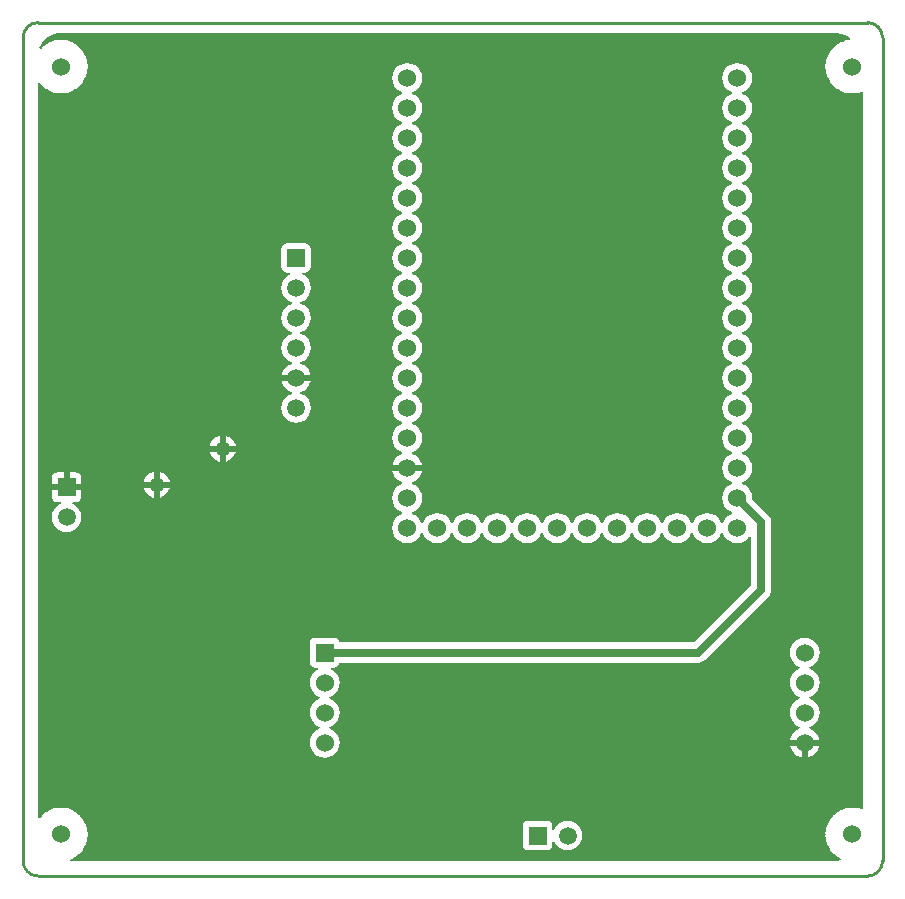
<source format=gbl>
G04 Layer_Physical_Order=2*
G04 Layer_Color=16711680*
%FSLAX25Y25*%
%MOIN*%
G70*
G01*
G75*
%ADD13C,0.02756*%
%ADD14C,0.01000*%
%ADD15C,0.06000*%
%ADD16R,0.06000X0.06000*%
%ADD17C,0.05905*%
%ADD18R,0.05905X0.05905*%
%ADD19R,0.05905X0.05905*%
%ADD20C,0.05000*%
G36*
X378417Y396616D02*
X380237Y395862D01*
X381222Y395203D01*
X381093Y394688D01*
X380342Y394614D01*
X380153Y394557D01*
X379957Y394537D01*
X378658Y394144D01*
X378483Y394050D01*
X378294Y393993D01*
X377097Y393353D01*
X376945Y393228D01*
X376770Y393135D01*
X375721Y392274D01*
X375596Y392121D01*
X375443Y391995D01*
X374582Y390946D01*
X374489Y390772D01*
X374363Y390619D01*
X373724Y389422D01*
X373666Y389233D01*
X373573Y389059D01*
X373179Y387760D01*
X373160Y387563D01*
X373102Y387374D01*
X372969Y386023D01*
X372989Y385827D01*
X372969Y385630D01*
X373102Y384279D01*
X373160Y384090D01*
X373179Y383893D01*
X373573Y382595D01*
X373666Y382420D01*
X373724Y382231D01*
X374363Y381034D01*
X374489Y380882D01*
X374582Y380707D01*
X375443Y379658D01*
X375596Y379533D01*
X375721Y379380D01*
X376770Y378519D01*
X376945Y378426D01*
X377097Y378300D01*
X378294Y377661D01*
X378484Y377603D01*
X378658Y377510D01*
X379957Y377116D01*
X380153Y377097D01*
X380342Y377039D01*
X381693Y376906D01*
X381792Y376916D01*
X381890Y376897D01*
X381987Y376916D01*
X382086Y376906D01*
X383437Y377039D01*
X383626Y377097D01*
X383823Y377116D01*
X385000Y377473D01*
X385333Y377307D01*
X385498Y377147D01*
X385500Y377143D01*
Y138605D01*
X385498Y138601D01*
X385333Y138441D01*
X385000Y138275D01*
X383823Y138632D01*
X383626Y138651D01*
X383437Y138709D01*
X382086Y138842D01*
X381987Y138832D01*
X381890Y138851D01*
X381792Y138832D01*
X381693Y138842D01*
X380342Y138709D01*
X380153Y138651D01*
X379957Y138632D01*
X378658Y138238D01*
X378483Y138145D01*
X378294Y138087D01*
X377097Y137448D01*
X376945Y137322D01*
X376770Y137229D01*
X375721Y136368D01*
X375596Y136215D01*
X375443Y136090D01*
X374582Y135041D01*
X374489Y134866D01*
X374363Y134714D01*
X373724Y133517D01*
X373666Y133328D01*
X373573Y133153D01*
X373179Y131854D01*
X373160Y131658D01*
X373102Y131469D01*
X372969Y130118D01*
X372989Y129921D01*
X372969Y129725D01*
X373102Y128374D01*
X373160Y128185D01*
X373179Y127988D01*
X373573Y126689D01*
X373666Y126515D01*
X373724Y126326D01*
X374363Y125129D01*
X374489Y124976D01*
X374582Y124802D01*
X375443Y123753D01*
X375596Y123627D01*
X375721Y123474D01*
X376770Y122613D01*
X376945Y122520D01*
X377097Y122395D01*
X378138Y121839D01*
X378062Y121314D01*
X376485Y121000D01*
X121072D01*
X120998Y121500D01*
X121342Y121605D01*
X121517Y121698D01*
X121706Y121755D01*
X122903Y122395D01*
X123055Y122520D01*
X123230Y122613D01*
X124279Y123474D01*
X124404Y123627D01*
X124557Y123753D01*
X125418Y124802D01*
X125511Y124976D01*
X125637Y125129D01*
X126276Y126326D01*
X126334Y126515D01*
X126427Y126689D01*
X126821Y127988D01*
X126840Y128185D01*
X126898Y128374D01*
X127031Y129725D01*
X127011Y129921D01*
X127031Y130118D01*
X126898Y131469D01*
X126840Y131658D01*
X126821Y131854D01*
X126427Y133153D01*
X126334Y133328D01*
X126276Y133517D01*
X125637Y134714D01*
X125511Y134866D01*
X125418Y135041D01*
X124557Y136090D01*
X124404Y136215D01*
X124279Y136368D01*
X123230Y137229D01*
X123055Y137322D01*
X122903Y137448D01*
X121706Y138087D01*
X121517Y138145D01*
X121342Y138238D01*
X120044Y138632D01*
X119847Y138651D01*
X119658Y138709D01*
X118307Y138842D01*
X118208Y138832D01*
X118110Y138851D01*
X118013Y138832D01*
X117913Y138842D01*
X116563Y138709D01*
X116374Y138651D01*
X116177Y138632D01*
X114878Y138238D01*
X114704Y138145D01*
X114515Y138087D01*
X113318Y137448D01*
X113165Y137322D01*
X112991Y137229D01*
X111942Y136368D01*
X111816Y136215D01*
X111663Y136090D01*
X111000Y135282D01*
X110500Y135460D01*
Y380288D01*
X111000Y380466D01*
X111663Y379658D01*
X111816Y379533D01*
X111942Y379380D01*
X112991Y378519D01*
X113165Y378426D01*
X113318Y378300D01*
X114515Y377661D01*
X114704Y377603D01*
X114878Y377510D01*
X116177Y377116D01*
X116374Y377097D01*
X116563Y377039D01*
X117913Y376906D01*
X118013Y376916D01*
X118110Y376897D01*
X118208Y376916D01*
X118307Y376906D01*
X119658Y377039D01*
X119847Y377097D01*
X120044Y377116D01*
X121342Y377510D01*
X121517Y377603D01*
X121706Y377661D01*
X122903Y378300D01*
X123055Y378426D01*
X123230Y378519D01*
X124279Y379380D01*
X124404Y379533D01*
X124557Y379658D01*
X125418Y380707D01*
X125511Y380882D01*
X125637Y381034D01*
X126276Y382231D01*
X126334Y382420D01*
X126427Y382595D01*
X126821Y383893D01*
X126840Y384090D01*
X126898Y384279D01*
X127031Y385630D01*
X127011Y385827D01*
X127031Y386023D01*
X126898Y387374D01*
X126840Y387563D01*
X126821Y387760D01*
X126427Y389059D01*
X126334Y389233D01*
X126276Y389422D01*
X125637Y390619D01*
X125511Y390772D01*
X125418Y390946D01*
X124557Y391995D01*
X124404Y392121D01*
X124279Y392274D01*
X123230Y393135D01*
X123055Y393228D01*
X122903Y393353D01*
X121706Y393993D01*
X121517Y394050D01*
X121342Y394144D01*
X120044Y394537D01*
X119847Y394557D01*
X119658Y394614D01*
X118307Y394747D01*
X118208Y394738D01*
X118110Y394757D01*
X118013Y394738D01*
X117913Y394747D01*
X116563Y394614D01*
X116374Y394557D01*
X116177Y394537D01*
X114878Y394144D01*
X114704Y394050D01*
X114515Y393993D01*
X113318Y393353D01*
X113165Y393228D01*
X112991Y393135D01*
X111942Y392274D01*
X111816Y392121D01*
X111663Y391995D01*
X111543Y391849D01*
X110963Y391931D01*
X110925Y392019D01*
X111354Y393053D01*
X112174Y394281D01*
X113219Y395326D01*
X114447Y396146D01*
X115812Y396712D01*
X117261Y397000D01*
X376485D01*
X378417Y396616D01*
D02*
G37*
%LPC*%
G36*
X149016Y245516D02*
X145623D01*
X145647Y245334D01*
X146097Y244247D01*
X146813Y243313D01*
X147747Y242597D01*
X148834Y242146D01*
X149016Y242123D01*
Y245516D01*
D02*
G37*
G36*
X343500Y387011D02*
X342203Y386841D01*
X340994Y386340D01*
X339956Y385544D01*
X339160Y384506D01*
X338659Y383297D01*
X338489Y382000D01*
X338659Y380703D01*
X339160Y379494D01*
X339956Y378456D01*
X340994Y377660D01*
X341934Y377271D01*
Y376729D01*
X340994Y376340D01*
X339956Y375544D01*
X339160Y374506D01*
X338659Y373297D01*
X338489Y372000D01*
X338659Y370703D01*
X339160Y369494D01*
X339956Y368456D01*
X340994Y367660D01*
X341934Y367271D01*
Y366729D01*
X340994Y366340D01*
X339956Y365544D01*
X339160Y364506D01*
X338659Y363297D01*
X338489Y362000D01*
X338659Y360703D01*
X339160Y359494D01*
X339956Y358456D01*
X340994Y357660D01*
X341934Y357271D01*
Y356729D01*
X340994Y356340D01*
X339956Y355544D01*
X339160Y354506D01*
X338659Y353297D01*
X338489Y352000D01*
X338659Y350703D01*
X339160Y349494D01*
X339956Y348456D01*
X340994Y347660D01*
X341934Y347271D01*
Y346729D01*
X340994Y346340D01*
X339956Y345544D01*
X339160Y344506D01*
X338659Y343297D01*
X338489Y342000D01*
X338659Y340703D01*
X339160Y339494D01*
X339956Y338456D01*
X340994Y337660D01*
X341934Y337271D01*
Y336729D01*
X340994Y336340D01*
X339956Y335544D01*
X339160Y334506D01*
X338659Y333297D01*
X338489Y332000D01*
X338659Y330703D01*
X339160Y329494D01*
X339956Y328456D01*
X340994Y327660D01*
X341934Y327271D01*
Y326729D01*
X340994Y326340D01*
X339956Y325544D01*
X339160Y324506D01*
X338659Y323297D01*
X338489Y322000D01*
X338659Y320703D01*
X339160Y319494D01*
X339956Y318456D01*
X340994Y317660D01*
X341934Y317271D01*
Y316729D01*
X340994Y316340D01*
X339956Y315544D01*
X339160Y314506D01*
X338659Y313297D01*
X338489Y312000D01*
X338659Y310703D01*
X339160Y309494D01*
X339956Y308456D01*
X340994Y307660D01*
X341934Y307271D01*
Y306729D01*
X340994Y306340D01*
X339956Y305544D01*
X339160Y304506D01*
X338659Y303297D01*
X338489Y302000D01*
X338659Y300703D01*
X339160Y299494D01*
X339956Y298456D01*
X340994Y297660D01*
X341934Y297271D01*
Y296729D01*
X340994Y296340D01*
X339956Y295544D01*
X339160Y294506D01*
X338659Y293297D01*
X338489Y292000D01*
X338659Y290703D01*
X339160Y289494D01*
X339956Y288456D01*
X340994Y287660D01*
X341934Y287271D01*
Y286729D01*
X340994Y286340D01*
X339956Y285544D01*
X339160Y284506D01*
X338659Y283297D01*
X338489Y282000D01*
X338659Y280703D01*
X339160Y279494D01*
X339956Y278456D01*
X340994Y277660D01*
X341934Y277271D01*
Y276729D01*
X340994Y276340D01*
X339956Y275544D01*
X339160Y274506D01*
X338659Y273297D01*
X338489Y272000D01*
X338659Y270703D01*
X339160Y269494D01*
X339956Y268456D01*
X340994Y267660D01*
X341934Y267271D01*
Y266729D01*
X340994Y266340D01*
X339956Y265544D01*
X339160Y264506D01*
X338659Y263297D01*
X338489Y262000D01*
X338659Y260703D01*
X339160Y259494D01*
X339956Y258456D01*
X340994Y257660D01*
X341934Y257271D01*
Y256729D01*
X340994Y256340D01*
X339956Y255544D01*
X339160Y254506D01*
X338659Y253297D01*
X338489Y252000D01*
X338659Y250703D01*
X339160Y249494D01*
X339956Y248456D01*
X340994Y247660D01*
X341934Y247271D01*
Y246729D01*
X340994Y246340D01*
X339956Y245544D01*
X339160Y244506D01*
X338659Y243297D01*
X338489Y242000D01*
X338659Y240703D01*
X339160Y239494D01*
X339956Y238456D01*
X340994Y237660D01*
X341934Y237271D01*
Y236729D01*
X340994Y236340D01*
X339956Y235544D01*
X339160Y234506D01*
X338771Y233565D01*
X338229D01*
X337840Y234506D01*
X337044Y235544D01*
X336006Y236340D01*
X334797Y236841D01*
X333500Y237011D01*
X332203Y236841D01*
X330994Y236340D01*
X329956Y235544D01*
X329160Y234506D01*
X328771Y233565D01*
X328229D01*
X327840Y234506D01*
X327044Y235544D01*
X326006Y236340D01*
X324797Y236841D01*
X323500Y237011D01*
X322203Y236841D01*
X320994Y236340D01*
X319956Y235544D01*
X319160Y234506D01*
X318771Y233565D01*
X318229D01*
X317840Y234506D01*
X317044Y235544D01*
X316006Y236340D01*
X314797Y236841D01*
X313500Y237011D01*
X312203Y236841D01*
X310994Y236340D01*
X309956Y235544D01*
X309160Y234506D01*
X308771Y233565D01*
X308229D01*
X307840Y234506D01*
X307044Y235544D01*
X306006Y236340D01*
X304797Y236841D01*
X303500Y237011D01*
X302203Y236841D01*
X300994Y236340D01*
X299956Y235544D01*
X299160Y234506D01*
X298771Y233565D01*
X298229D01*
X297840Y234506D01*
X297044Y235544D01*
X296006Y236340D01*
X294797Y236841D01*
X293500Y237011D01*
X292203Y236841D01*
X290994Y236340D01*
X289956Y235544D01*
X289160Y234506D01*
X288771Y233565D01*
X288229D01*
X287840Y234506D01*
X287044Y235544D01*
X286006Y236340D01*
X284797Y236841D01*
X283500Y237011D01*
X282203Y236841D01*
X280994Y236340D01*
X279956Y235544D01*
X279160Y234506D01*
X278771Y233565D01*
X278229D01*
X277840Y234506D01*
X277044Y235544D01*
X276006Y236340D01*
X274797Y236841D01*
X273500Y237011D01*
X272203Y236841D01*
X270994Y236340D01*
X269956Y235544D01*
X269160Y234506D01*
X268771Y233565D01*
X268229D01*
X267840Y234506D01*
X267044Y235544D01*
X266006Y236340D01*
X264797Y236841D01*
X263500Y237011D01*
X262203Y236841D01*
X260994Y236340D01*
X259956Y235544D01*
X259160Y234506D01*
X258771Y233565D01*
X258229D01*
X257840Y234506D01*
X257044Y235544D01*
X256006Y236340D01*
X254797Y236841D01*
X253500Y237011D01*
X252203Y236841D01*
X250994Y236340D01*
X249956Y235544D01*
X249160Y234506D01*
X248771Y233565D01*
X248229D01*
X247840Y234506D01*
X247044Y235544D01*
X246006Y236340D01*
X244797Y236841D01*
X243500Y237011D01*
X242203Y236841D01*
X240994Y236340D01*
X239956Y235544D01*
X239160Y234506D01*
X238771Y233565D01*
X238229D01*
X237840Y234506D01*
X237044Y235544D01*
X236006Y236340D01*
X235066Y236729D01*
Y237271D01*
X236006Y237660D01*
X237044Y238456D01*
X237840Y239494D01*
X238341Y240703D01*
X238511Y242000D01*
X238341Y243297D01*
X237840Y244506D01*
X237044Y245544D01*
X236006Y246340D01*
X235066Y246729D01*
Y247271D01*
X236006Y247660D01*
X237044Y248456D01*
X237840Y249494D01*
X238341Y250703D01*
X238382Y251016D01*
X228618D01*
X228659Y250703D01*
X229160Y249494D01*
X229956Y248456D01*
X230994Y247660D01*
X231934Y247271D01*
Y246729D01*
X230994Y246340D01*
X229956Y245544D01*
X229160Y244506D01*
X228659Y243297D01*
X228489Y242000D01*
X228659Y240703D01*
X229160Y239494D01*
X229956Y238456D01*
X230994Y237660D01*
X231934Y237271D01*
Y236729D01*
X230994Y236340D01*
X229956Y235544D01*
X229160Y234506D01*
X228659Y233297D01*
X228489Y232000D01*
X228659Y230703D01*
X229160Y229494D01*
X229956Y228456D01*
X230994Y227660D01*
X232203Y227159D01*
X233500Y226989D01*
X234797Y227159D01*
X236006Y227660D01*
X237044Y228456D01*
X237840Y229494D01*
X238229Y230434D01*
X238771D01*
X239160Y229494D01*
X239956Y228456D01*
X240994Y227660D01*
X242203Y227159D01*
X243500Y226989D01*
X244797Y227159D01*
X246006Y227660D01*
X247044Y228456D01*
X247840Y229494D01*
X248229Y230434D01*
X248771D01*
X249160Y229494D01*
X249956Y228456D01*
X250994Y227660D01*
X252203Y227159D01*
X253500Y226989D01*
X254797Y227159D01*
X256006Y227660D01*
X257044Y228456D01*
X257840Y229494D01*
X258229Y230434D01*
X258771D01*
X259160Y229494D01*
X259956Y228456D01*
X260994Y227660D01*
X262203Y227159D01*
X263500Y226989D01*
X264797Y227159D01*
X266006Y227660D01*
X267044Y228456D01*
X267840Y229494D01*
X268229Y230434D01*
X268771D01*
X269160Y229494D01*
X269956Y228456D01*
X270994Y227660D01*
X272203Y227159D01*
X273500Y226989D01*
X274797Y227159D01*
X276006Y227660D01*
X277044Y228456D01*
X277840Y229494D01*
X278229Y230434D01*
X278771D01*
X279160Y229494D01*
X279956Y228456D01*
X280994Y227660D01*
X282203Y227159D01*
X283500Y226989D01*
X284797Y227159D01*
X286006Y227660D01*
X287044Y228456D01*
X287840Y229494D01*
X288229Y230434D01*
X288771D01*
X289160Y229494D01*
X289956Y228456D01*
X290994Y227660D01*
X292203Y227159D01*
X293500Y226989D01*
X294797Y227159D01*
X296006Y227660D01*
X297044Y228456D01*
X297840Y229494D01*
X298229Y230434D01*
X298771D01*
X299160Y229494D01*
X299956Y228456D01*
X300994Y227660D01*
X302203Y227159D01*
X303500Y226989D01*
X304797Y227159D01*
X306006Y227660D01*
X307044Y228456D01*
X307840Y229494D01*
X308229Y230434D01*
X308771D01*
X309160Y229494D01*
X309956Y228456D01*
X310994Y227660D01*
X312203Y227159D01*
X313500Y226989D01*
X314797Y227159D01*
X316006Y227660D01*
X317044Y228456D01*
X317840Y229494D01*
X318229Y230434D01*
X318771D01*
X319160Y229494D01*
X319956Y228456D01*
X320994Y227660D01*
X322203Y227159D01*
X323500Y226989D01*
X324797Y227159D01*
X326006Y227660D01*
X327044Y228456D01*
X327840Y229494D01*
X328229Y230434D01*
X328771D01*
X329160Y229494D01*
X329956Y228456D01*
X330994Y227660D01*
X332203Y227159D01*
X333500Y226989D01*
X334797Y227159D01*
X336006Y227660D01*
X337044Y228456D01*
X337840Y229494D01*
X338229Y230434D01*
X338771D01*
X339160Y229494D01*
X339956Y228456D01*
X340994Y227660D01*
X342203Y227159D01*
X343500Y226989D01*
X344797Y227159D01*
X346006Y227660D01*
X347044Y228456D01*
X347625Y229214D01*
X348125Y229044D01*
Y212898D01*
X329102Y193875D01*
X210932D01*
X210854Y194268D01*
X210419Y194919D01*
X209768Y195354D01*
X209000Y195507D01*
X203000D01*
X202232Y195354D01*
X201581Y194919D01*
X201146Y194268D01*
X200993Y193500D01*
Y187500D01*
X201146Y186732D01*
X201581Y186081D01*
X202232Y185646D01*
X203000Y185493D01*
X203764D01*
X203864Y184993D01*
X203494Y184840D01*
X202456Y184044D01*
X201660Y183006D01*
X201159Y181797D01*
X200989Y180500D01*
X201159Y179203D01*
X201660Y177994D01*
X202456Y176956D01*
X203494Y176160D01*
X204434Y175771D01*
Y175229D01*
X203494Y174840D01*
X202456Y174044D01*
X201660Y173006D01*
X201159Y171797D01*
X200989Y170500D01*
X201159Y169203D01*
X201660Y167994D01*
X202456Y166956D01*
X203494Y166160D01*
X204434Y165771D01*
Y165229D01*
X203494Y164840D01*
X202456Y164044D01*
X201660Y163006D01*
X201159Y161797D01*
X200989Y160500D01*
X201159Y159203D01*
X201660Y157994D01*
X202456Y156956D01*
X203494Y156160D01*
X204703Y155659D01*
X206000Y155489D01*
X207297Y155659D01*
X208506Y156160D01*
X209544Y156956D01*
X210340Y157994D01*
X210841Y159203D01*
X211011Y160500D01*
X210841Y161797D01*
X210340Y163006D01*
X209544Y164044D01*
X208506Y164840D01*
X207565Y165229D01*
Y165771D01*
X208506Y166160D01*
X209544Y166956D01*
X210340Y167994D01*
X210841Y169203D01*
X211011Y170500D01*
X210841Y171797D01*
X210340Y173006D01*
X209544Y174044D01*
X208506Y174840D01*
X207565Y175229D01*
Y175771D01*
X208506Y176160D01*
X209544Y176956D01*
X210340Y177994D01*
X210841Y179203D01*
X211011Y180500D01*
X210841Y181797D01*
X210340Y183006D01*
X209544Y184044D01*
X208506Y184840D01*
X208136Y184993D01*
X208236Y185493D01*
X209000D01*
X209768Y185646D01*
X210419Y186081D01*
X210854Y186732D01*
X210932Y187125D01*
X330500D01*
X331374Y187240D01*
X332188Y187577D01*
X332887Y188113D01*
X353887Y209113D01*
X354423Y209812D01*
X354760Y210626D01*
X354875Y211500D01*
Y234000D01*
X354760Y234874D01*
X354423Y235688D01*
X353887Y236387D01*
X348484Y241790D01*
X348511Y242000D01*
X348341Y243297D01*
X347840Y244506D01*
X347044Y245544D01*
X346006Y246340D01*
X345065Y246729D01*
Y247271D01*
X346006Y247660D01*
X347044Y248456D01*
X347840Y249494D01*
X348341Y250703D01*
X348511Y252000D01*
X348341Y253297D01*
X347840Y254506D01*
X347044Y255544D01*
X346006Y256340D01*
X345065Y256729D01*
Y257271D01*
X346006Y257660D01*
X347044Y258456D01*
X347840Y259494D01*
X348341Y260703D01*
X348511Y262000D01*
X348341Y263297D01*
X347840Y264506D01*
X347044Y265544D01*
X346006Y266340D01*
X345065Y266729D01*
Y267271D01*
X346006Y267660D01*
X347044Y268456D01*
X347840Y269494D01*
X348341Y270703D01*
X348511Y272000D01*
X348341Y273297D01*
X347840Y274506D01*
X347044Y275544D01*
X346006Y276340D01*
X345065Y276729D01*
Y277271D01*
X346006Y277660D01*
X347044Y278456D01*
X347840Y279494D01*
X348341Y280703D01*
X348511Y282000D01*
X348341Y283297D01*
X347840Y284506D01*
X347044Y285544D01*
X346006Y286340D01*
X345065Y286729D01*
Y287271D01*
X346006Y287660D01*
X347044Y288456D01*
X347840Y289494D01*
X348341Y290703D01*
X348511Y292000D01*
X348341Y293297D01*
X347840Y294506D01*
X347044Y295544D01*
X346006Y296340D01*
X345065Y296729D01*
Y297271D01*
X346006Y297660D01*
X347044Y298456D01*
X347840Y299494D01*
X348341Y300703D01*
X348511Y302000D01*
X348341Y303297D01*
X347840Y304506D01*
X347044Y305544D01*
X346006Y306340D01*
X345065Y306729D01*
Y307271D01*
X346006Y307660D01*
X347044Y308456D01*
X347840Y309494D01*
X348341Y310703D01*
X348511Y312000D01*
X348341Y313297D01*
X347840Y314506D01*
X347044Y315544D01*
X346006Y316340D01*
X345065Y316729D01*
Y317271D01*
X346006Y317660D01*
X347044Y318456D01*
X347840Y319494D01*
X348341Y320703D01*
X348511Y322000D01*
X348341Y323297D01*
X347840Y324506D01*
X347044Y325544D01*
X346006Y326340D01*
X345065Y326729D01*
Y327271D01*
X346006Y327660D01*
X347044Y328456D01*
X347840Y329494D01*
X348341Y330703D01*
X348511Y332000D01*
X348341Y333297D01*
X347840Y334506D01*
X347044Y335544D01*
X346006Y336340D01*
X345065Y336729D01*
Y337271D01*
X346006Y337660D01*
X347044Y338456D01*
X347840Y339494D01*
X348341Y340703D01*
X348511Y342000D01*
X348341Y343297D01*
X347840Y344506D01*
X347044Y345544D01*
X346006Y346340D01*
X345065Y346729D01*
Y347271D01*
X346006Y347660D01*
X347044Y348456D01*
X347840Y349494D01*
X348341Y350703D01*
X348511Y352000D01*
X348341Y353297D01*
X347840Y354506D01*
X347044Y355544D01*
X346006Y356340D01*
X345065Y356729D01*
Y357271D01*
X346006Y357660D01*
X347044Y358456D01*
X347840Y359494D01*
X348341Y360703D01*
X348511Y362000D01*
X348341Y363297D01*
X347840Y364506D01*
X347044Y365544D01*
X346006Y366340D01*
X345065Y366729D01*
Y367271D01*
X346006Y367660D01*
X347044Y368456D01*
X347840Y369494D01*
X348341Y370703D01*
X348511Y372000D01*
X348341Y373297D01*
X347840Y374506D01*
X347044Y375544D01*
X346006Y376340D01*
X345065Y376729D01*
Y377271D01*
X346006Y377660D01*
X347044Y378456D01*
X347840Y379494D01*
X348341Y380703D01*
X348511Y382000D01*
X348341Y383297D01*
X347840Y384506D01*
X347044Y385544D01*
X346006Y386340D01*
X344797Y386841D01*
X343500Y387011D01*
D02*
G37*
G36*
X119016Y250609D02*
X117047D01*
X116279Y250457D01*
X115628Y250022D01*
X115193Y249370D01*
X115040Y248602D01*
Y246634D01*
X119016D01*
Y250609D01*
D02*
G37*
G36*
X154377Y245516D02*
X150984D01*
Y242123D01*
X151166Y242146D01*
X152253Y242597D01*
X153187Y243313D01*
X153903Y244247D01*
X154353Y245334D01*
X154377Y245516D01*
D02*
G37*
G36*
X124960Y244665D02*
X120000D01*
X115040D01*
Y242697D01*
X115193Y241929D01*
X115628Y241278D01*
X116279Y240843D01*
X117047Y240690D01*
X118002D01*
X118101Y240190D01*
X117518Y239948D01*
X116490Y239159D01*
X115701Y238131D01*
X115205Y236934D01*
X115036Y235650D01*
X115205Y234365D01*
X115701Y233168D01*
X116490Y232140D01*
X117518Y231351D01*
X118715Y230855D01*
X120000Y230686D01*
X121285Y230855D01*
X122482Y231351D01*
X123510Y232140D01*
X124299Y233168D01*
X124795Y234365D01*
X124964Y235650D01*
X124795Y236934D01*
X124299Y238131D01*
X123510Y239159D01*
X122482Y239948D01*
X121899Y240190D01*
X121998Y240690D01*
X122953D01*
X123721Y240843D01*
X124372Y241278D01*
X124807Y241929D01*
X124960Y242697D01*
Y244665D01*
D02*
G37*
G36*
X365016Y159516D02*
X361118D01*
X361159Y159203D01*
X361660Y157994D01*
X362456Y156956D01*
X363494Y156160D01*
X364703Y155659D01*
X365016Y155618D01*
Y159516D01*
D02*
G37*
G36*
X287000Y134464D02*
X285715Y134295D01*
X284518Y133799D01*
X283490Y133010D01*
X282701Y131982D01*
X282460Y131399D01*
X281960Y131498D01*
Y132453D01*
X281807Y133221D01*
X281372Y133872D01*
X280721Y134307D01*
X279953Y134460D01*
X274047D01*
X273279Y134307D01*
X272628Y133872D01*
X272193Y133221D01*
X272040Y132453D01*
Y126547D01*
X272193Y125779D01*
X272628Y125128D01*
X273279Y124693D01*
X274047Y124540D01*
X279953D01*
X280721Y124693D01*
X281372Y125128D01*
X281807Y125779D01*
X281960Y126547D01*
Y127502D01*
X282460Y127601D01*
X282701Y127018D01*
X283490Y125990D01*
X284518Y125201D01*
X285715Y124705D01*
X287000Y124536D01*
X288285Y124705D01*
X289482Y125201D01*
X290510Y125990D01*
X291299Y127018D01*
X291795Y128215D01*
X291964Y129500D01*
X291795Y130785D01*
X291299Y131982D01*
X290510Y133010D01*
X289482Y133799D01*
X288285Y134295D01*
X287000Y134464D01*
D02*
G37*
G36*
X366000Y195511D02*
X364703Y195341D01*
X363494Y194840D01*
X362456Y194044D01*
X361660Y193006D01*
X361159Y191797D01*
X360989Y190500D01*
X361159Y189203D01*
X361660Y187994D01*
X362456Y186956D01*
X363494Y186160D01*
X364435Y185771D01*
Y185229D01*
X363494Y184840D01*
X362456Y184044D01*
X361660Y183006D01*
X361159Y181797D01*
X360989Y180500D01*
X361159Y179203D01*
X361660Y177994D01*
X362456Y176956D01*
X363494Y176160D01*
X364435Y175771D01*
Y175229D01*
X363494Y174840D01*
X362456Y174044D01*
X361660Y173006D01*
X361159Y171797D01*
X360989Y170500D01*
X361159Y169203D01*
X361660Y167994D01*
X362456Y166956D01*
X363494Y166160D01*
X364435Y165771D01*
Y165229D01*
X363494Y164840D01*
X362456Y164044D01*
X361660Y163006D01*
X361159Y161797D01*
X361118Y161484D01*
X370882D01*
X370841Y161797D01*
X370340Y163006D01*
X369544Y164044D01*
X368506Y164840D01*
X367565Y165229D01*
Y165771D01*
X368506Y166160D01*
X369544Y166956D01*
X370340Y167994D01*
X370841Y169203D01*
X371011Y170500D01*
X370841Y171797D01*
X370340Y173006D01*
X369544Y174044D01*
X368506Y174840D01*
X367565Y175229D01*
Y175771D01*
X368506Y176160D01*
X369544Y176956D01*
X370340Y177994D01*
X370841Y179203D01*
X371011Y180500D01*
X370841Y181797D01*
X370340Y183006D01*
X369544Y184044D01*
X368506Y184840D01*
X367565Y185229D01*
Y185771D01*
X368506Y186160D01*
X369544Y186956D01*
X370340Y187994D01*
X370841Y189203D01*
X371011Y190500D01*
X370841Y191797D01*
X370340Y193006D01*
X369544Y194044D01*
X368506Y194840D01*
X367297Y195341D01*
X366000Y195511D01*
D02*
G37*
G36*
X370882Y159516D02*
X366984D01*
Y155618D01*
X367297Y155659D01*
X368506Y156160D01*
X369544Y156956D01*
X370340Y157994D01*
X370841Y159203D01*
X370882Y159516D01*
D02*
G37*
G36*
X122953Y250609D02*
X120984D01*
Y246634D01*
X124960D01*
Y248602D01*
X124807Y249370D01*
X124372Y250022D01*
X123721Y250457D01*
X122953Y250609D01*
D02*
G37*
G36*
X172984Y262877D02*
Y259484D01*
X176377D01*
X176354Y259666D01*
X175903Y260753D01*
X175187Y261687D01*
X174253Y262403D01*
X173167Y262854D01*
X172984Y262877D01*
D02*
G37*
G36*
X171016D02*
X170834Y262854D01*
X169746Y262403D01*
X168813Y261687D01*
X168097Y260753D01*
X167647Y259666D01*
X167622Y259484D01*
X171016D01*
Y262877D01*
D02*
G37*
G36*
X199453Y327007D02*
X193547D01*
X192779Y326854D01*
X192128Y326419D01*
X191693Y325768D01*
X191540Y325000D01*
Y319094D01*
X191693Y318326D01*
X192128Y317675D01*
X192779Y317240D01*
X193547Y317087D01*
X194502D01*
X194601Y316587D01*
X194018Y316346D01*
X192990Y315557D01*
X192201Y314529D01*
X191705Y313332D01*
X191536Y312047D01*
X191705Y310763D01*
X192201Y309565D01*
X192990Y308537D01*
X194018Y307749D01*
X195092Y307304D01*
X195092Y307303D01*
Y306791D01*
X195092Y306791D01*
X194018Y306346D01*
X192990Y305557D01*
X192201Y304529D01*
X191705Y303332D01*
X191536Y302047D01*
X191705Y300763D01*
X192201Y299565D01*
X192990Y298537D01*
X194018Y297748D01*
X195092Y297304D01*
X195092Y297303D01*
Y296791D01*
X195092Y296791D01*
X194018Y296346D01*
X192990Y295557D01*
X192201Y294529D01*
X191705Y293332D01*
X191536Y292047D01*
X191705Y290762D01*
X192201Y289565D01*
X192990Y288537D01*
X194018Y287749D01*
X195092Y287304D01*
X195092Y287303D01*
Y286791D01*
X195092Y286791D01*
X194018Y286346D01*
X192990Y285557D01*
X192201Y284529D01*
X191705Y283332D01*
X191666Y283032D01*
X196500D01*
X201334D01*
X201295Y283332D01*
X200799Y284529D01*
X200010Y285557D01*
X198982Y286346D01*
X197908Y286791D01*
X197908Y286791D01*
Y287303D01*
X197908Y287304D01*
X198982Y287749D01*
X200010Y288537D01*
X200799Y289565D01*
X201295Y290762D01*
X201464Y292047D01*
X201295Y293332D01*
X200799Y294529D01*
X200010Y295557D01*
X198982Y296346D01*
X197908Y296791D01*
X197908Y296791D01*
Y297303D01*
X197908Y297304D01*
X198982Y297748D01*
X200010Y298537D01*
X200799Y299565D01*
X201295Y300763D01*
X201464Y302047D01*
X201295Y303332D01*
X200799Y304529D01*
X200010Y305557D01*
X198982Y306346D01*
X197908Y306791D01*
X197908Y306791D01*
Y307303D01*
X197908Y307304D01*
X198982Y307749D01*
X200010Y308537D01*
X200799Y309565D01*
X201295Y310763D01*
X201464Y312047D01*
X201295Y313332D01*
X200799Y314529D01*
X200010Y315557D01*
X198982Y316346D01*
X198399Y316587D01*
X198498Y317087D01*
X199453D01*
X200221Y317240D01*
X200872Y317675D01*
X201307Y318326D01*
X201460Y319094D01*
Y325000D01*
X201307Y325768D01*
X200872Y326419D01*
X200221Y326854D01*
X199453Y327007D01*
D02*
G37*
G36*
X201334Y281063D02*
X196500D01*
X191666D01*
X191705Y280763D01*
X192201Y279565D01*
X192990Y278537D01*
X194018Y277748D01*
X195092Y277304D01*
X195092Y277303D01*
Y276791D01*
X195092Y276791D01*
X194018Y276346D01*
X192990Y275557D01*
X192201Y274529D01*
X191705Y273332D01*
X191536Y272047D01*
X191705Y270762D01*
X192201Y269565D01*
X192990Y268537D01*
X194018Y267748D01*
X195215Y267253D01*
X196500Y267084D01*
X197785Y267253D01*
X198982Y267748D01*
X200010Y268537D01*
X200799Y269565D01*
X201295Y270762D01*
X201464Y272047D01*
X201295Y273332D01*
X200799Y274529D01*
X200010Y275557D01*
X198982Y276346D01*
X197908Y276791D01*
X197908Y276791D01*
Y277303D01*
X197908Y277304D01*
X198982Y277748D01*
X200010Y278537D01*
X200799Y279565D01*
X201295Y280763D01*
X201334Y281063D01*
D02*
G37*
G36*
X176377Y257516D02*
X172984D01*
Y254122D01*
X173167Y254147D01*
X174253Y254597D01*
X175187Y255313D01*
X175903Y256246D01*
X176354Y257333D01*
X176377Y257516D01*
D02*
G37*
G36*
X150984Y250877D02*
Y247484D01*
X154377D01*
X154353Y247667D01*
X153903Y248753D01*
X153187Y249687D01*
X152253Y250403D01*
X151166Y250853D01*
X150984Y250877D01*
D02*
G37*
G36*
X149016D02*
X148834Y250853D01*
X147747Y250403D01*
X146813Y249687D01*
X146097Y248753D01*
X145647Y247667D01*
X145623Y247484D01*
X149016D01*
Y250877D01*
D02*
G37*
G36*
X171016Y257516D02*
X167622D01*
X167647Y257333D01*
X168097Y256246D01*
X168813Y255313D01*
X169746Y254597D01*
X170834Y254147D01*
X171016Y254122D01*
Y257516D01*
D02*
G37*
G36*
X233500Y387011D02*
X232203Y386841D01*
X230994Y386340D01*
X229956Y385544D01*
X229160Y384506D01*
X228659Y383297D01*
X228489Y382000D01*
X228659Y380703D01*
X229160Y379494D01*
X229956Y378456D01*
X230994Y377660D01*
X231934Y377271D01*
Y376729D01*
X230994Y376340D01*
X229956Y375544D01*
X229160Y374506D01*
X228659Y373297D01*
X228489Y372000D01*
X228659Y370703D01*
X229160Y369494D01*
X229956Y368456D01*
X230994Y367660D01*
X231934Y367271D01*
Y366729D01*
X230994Y366340D01*
X229956Y365544D01*
X229160Y364506D01*
X228659Y363297D01*
X228489Y362000D01*
X228659Y360703D01*
X229160Y359494D01*
X229956Y358456D01*
X230994Y357660D01*
X231934Y357271D01*
Y356729D01*
X230994Y356340D01*
X229956Y355544D01*
X229160Y354506D01*
X228659Y353297D01*
X228489Y352000D01*
X228659Y350703D01*
X229160Y349494D01*
X229956Y348456D01*
X230994Y347660D01*
X231934Y347271D01*
Y346729D01*
X230994Y346340D01*
X229956Y345544D01*
X229160Y344506D01*
X228659Y343297D01*
X228489Y342000D01*
X228659Y340703D01*
X229160Y339494D01*
X229956Y338456D01*
X230994Y337660D01*
X231934Y337271D01*
Y336729D01*
X230994Y336340D01*
X229956Y335544D01*
X229160Y334506D01*
X228659Y333297D01*
X228489Y332000D01*
X228659Y330703D01*
X229160Y329494D01*
X229956Y328456D01*
X230994Y327660D01*
X231934Y327271D01*
Y326729D01*
X230994Y326340D01*
X229956Y325544D01*
X229160Y324506D01*
X228659Y323297D01*
X228489Y322000D01*
X228659Y320703D01*
X229160Y319494D01*
X229956Y318456D01*
X230994Y317660D01*
X231934Y317271D01*
Y316729D01*
X230994Y316340D01*
X229956Y315544D01*
X229160Y314506D01*
X228659Y313297D01*
X228489Y312000D01*
X228659Y310703D01*
X229160Y309494D01*
X229956Y308456D01*
X230994Y307660D01*
X231934Y307271D01*
Y306729D01*
X230994Y306340D01*
X229956Y305544D01*
X229160Y304506D01*
X228659Y303297D01*
X228489Y302000D01*
X228659Y300703D01*
X229160Y299494D01*
X229956Y298456D01*
X230994Y297660D01*
X231934Y297271D01*
Y296729D01*
X230994Y296340D01*
X229956Y295544D01*
X229160Y294506D01*
X228659Y293297D01*
X228489Y292000D01*
X228659Y290703D01*
X229160Y289494D01*
X229956Y288456D01*
X230994Y287660D01*
X231934Y287271D01*
Y286729D01*
X230994Y286340D01*
X229956Y285544D01*
X229160Y284506D01*
X228659Y283297D01*
X228489Y282000D01*
X228659Y280703D01*
X229160Y279494D01*
X229956Y278456D01*
X230994Y277660D01*
X231934Y277271D01*
Y276729D01*
X230994Y276340D01*
X229956Y275544D01*
X229160Y274506D01*
X228659Y273297D01*
X228489Y272000D01*
X228659Y270703D01*
X229160Y269494D01*
X229956Y268456D01*
X230994Y267660D01*
X231934Y267271D01*
Y266729D01*
X230994Y266340D01*
X229956Y265544D01*
X229160Y264506D01*
X228659Y263297D01*
X228489Y262000D01*
X228659Y260703D01*
X229160Y259494D01*
X229956Y258456D01*
X230994Y257660D01*
X231934Y257271D01*
Y256729D01*
X230994Y256340D01*
X229956Y255544D01*
X229160Y254506D01*
X228659Y253297D01*
X228618Y252984D01*
X238382D01*
X238341Y253297D01*
X237840Y254506D01*
X237044Y255544D01*
X236006Y256340D01*
X235066Y256729D01*
Y257271D01*
X236006Y257660D01*
X237044Y258456D01*
X237840Y259494D01*
X238341Y260703D01*
X238511Y262000D01*
X238341Y263297D01*
X237840Y264506D01*
X237044Y265544D01*
X236006Y266340D01*
X235066Y266729D01*
Y267271D01*
X236006Y267660D01*
X237044Y268456D01*
X237840Y269494D01*
X238341Y270703D01*
X238511Y272000D01*
X238341Y273297D01*
X237840Y274506D01*
X237044Y275544D01*
X236006Y276340D01*
X235066Y276729D01*
Y277271D01*
X236006Y277660D01*
X237044Y278456D01*
X237840Y279494D01*
X238341Y280703D01*
X238511Y282000D01*
X238341Y283297D01*
X237840Y284506D01*
X237044Y285544D01*
X236006Y286340D01*
X235066Y286729D01*
Y287271D01*
X236006Y287660D01*
X237044Y288456D01*
X237840Y289494D01*
X238341Y290703D01*
X238511Y292000D01*
X238341Y293297D01*
X237840Y294506D01*
X237044Y295544D01*
X236006Y296340D01*
X235066Y296729D01*
Y297271D01*
X236006Y297660D01*
X237044Y298456D01*
X237840Y299494D01*
X238341Y300703D01*
X238511Y302000D01*
X238341Y303297D01*
X237840Y304506D01*
X237044Y305544D01*
X236006Y306340D01*
X235066Y306729D01*
Y307271D01*
X236006Y307660D01*
X237044Y308456D01*
X237840Y309494D01*
X238341Y310703D01*
X238511Y312000D01*
X238341Y313297D01*
X237840Y314506D01*
X237044Y315544D01*
X236006Y316340D01*
X235066Y316729D01*
Y317271D01*
X236006Y317660D01*
X237044Y318456D01*
X237840Y319494D01*
X238341Y320703D01*
X238511Y322000D01*
X238341Y323297D01*
X237840Y324506D01*
X237044Y325544D01*
X236006Y326340D01*
X235066Y326729D01*
Y327271D01*
X236006Y327660D01*
X237044Y328456D01*
X237840Y329494D01*
X238341Y330703D01*
X238511Y332000D01*
X238341Y333297D01*
X237840Y334506D01*
X237044Y335544D01*
X236006Y336340D01*
X235066Y336729D01*
Y337271D01*
X236006Y337660D01*
X237044Y338456D01*
X237840Y339494D01*
X238341Y340703D01*
X238511Y342000D01*
X238341Y343297D01*
X237840Y344506D01*
X237044Y345544D01*
X236006Y346340D01*
X235066Y346729D01*
Y347271D01*
X236006Y347660D01*
X237044Y348456D01*
X237840Y349494D01*
X238341Y350703D01*
X238511Y352000D01*
X238341Y353297D01*
X237840Y354506D01*
X237044Y355544D01*
X236006Y356340D01*
X235066Y356729D01*
Y357271D01*
X236006Y357660D01*
X237044Y358456D01*
X237840Y359494D01*
X238341Y360703D01*
X238511Y362000D01*
X238341Y363297D01*
X237840Y364506D01*
X237044Y365544D01*
X236006Y366340D01*
X235066Y366729D01*
Y367271D01*
X236006Y367660D01*
X237044Y368456D01*
X237840Y369494D01*
X238341Y370703D01*
X238511Y372000D01*
X238341Y373297D01*
X237840Y374506D01*
X237044Y375544D01*
X236006Y376340D01*
X235066Y376729D01*
Y377271D01*
X236006Y377660D01*
X237044Y378456D01*
X237840Y379494D01*
X238341Y380703D01*
X238511Y382000D01*
X238341Y383297D01*
X237840Y384506D01*
X237044Y385544D01*
X236006Y386340D01*
X234797Y386841D01*
X233500Y387011D01*
D02*
G37*
%LPD*%
D13*
X206000Y190500D02*
X330500D01*
X351500Y211500D01*
Y234000D01*
X343500Y242000D02*
X351500Y234000D01*
D14*
X392000Y395500D02*
G03*
X387000Y400500I-5000J0D01*
G01*
Y116000D02*
G03*
X392000Y121000I0J5000D01*
G01*
X105500D02*
G03*
X110500Y116000I5000J0D01*
G01*
Y400500D02*
G03*
X105500Y395500I0J-5000D01*
G01*
X280000Y400500D02*
X387000D01*
X392000Y121000D02*
Y395500D01*
X110500Y116000D02*
X387000D01*
X105500Y121000D02*
Y395500D01*
X110500Y400500D02*
X281500D01*
D15*
X366000Y190500D02*
D03*
Y180500D02*
D03*
Y170500D02*
D03*
Y160500D02*
D03*
X206000D02*
D03*
Y170500D02*
D03*
Y180500D02*
D03*
X343500Y382000D02*
D03*
Y372000D02*
D03*
Y362000D02*
D03*
Y352000D02*
D03*
Y342000D02*
D03*
Y332000D02*
D03*
Y322000D02*
D03*
Y312000D02*
D03*
Y302000D02*
D03*
Y292000D02*
D03*
Y282000D02*
D03*
Y272000D02*
D03*
Y262000D02*
D03*
Y252000D02*
D03*
Y242000D02*
D03*
Y232000D02*
D03*
X333500D02*
D03*
X323500D02*
D03*
X313500D02*
D03*
X303500D02*
D03*
X293500D02*
D03*
X283500D02*
D03*
X273500D02*
D03*
X263500D02*
D03*
X253500D02*
D03*
X243500D02*
D03*
X233500Y382000D02*
D03*
Y372000D02*
D03*
Y362000D02*
D03*
Y352000D02*
D03*
Y342000D02*
D03*
Y332000D02*
D03*
Y322000D02*
D03*
Y312000D02*
D03*
Y302000D02*
D03*
Y292000D02*
D03*
Y282000D02*
D03*
Y272000D02*
D03*
Y262000D02*
D03*
Y252000D02*
D03*
Y242000D02*
D03*
Y232000D02*
D03*
X118110Y129921D02*
D03*
X381890D02*
D03*
X118110Y385827D02*
D03*
X381890D02*
D03*
D16*
X206000Y190500D02*
D03*
D17*
X120000Y235650D02*
D03*
X196500Y272047D02*
D03*
Y282047D02*
D03*
Y292047D02*
D03*
Y302047D02*
D03*
Y312047D02*
D03*
X287000Y129500D02*
D03*
D18*
X120000Y245650D02*
D03*
X196500Y322047D02*
D03*
D19*
X277000Y129500D02*
D03*
D20*
X150000Y246500D02*
D03*
X172000Y258500D02*
D03*
M02*

</source>
